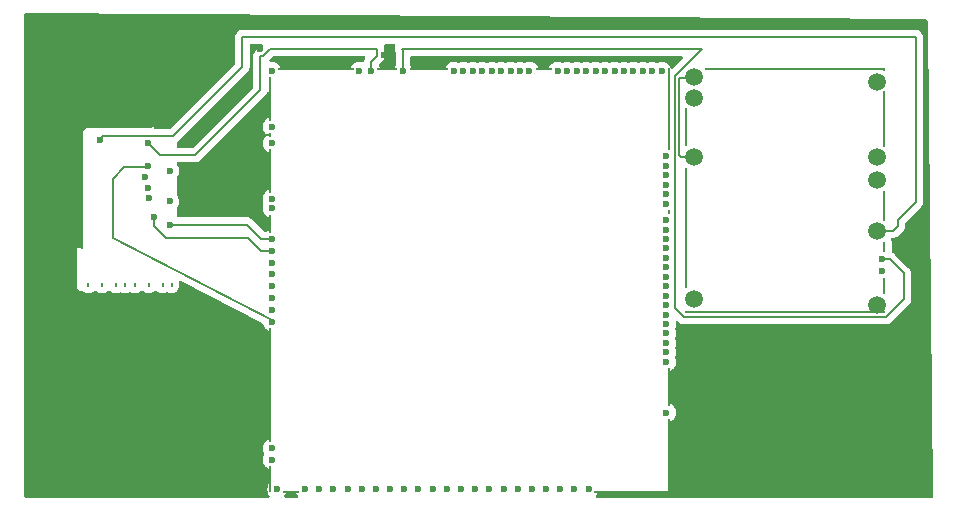
<source format=gbr>
%TF.GenerationSoftware,KiCad,Pcbnew,9.0.6*%
%TF.CreationDate,2025-11-09T20:54:40-05:00*%
%TF.ProjectId,TTEFI,54544546-492e-46b6-9963-61645f706362,rev?*%
%TF.SameCoordinates,Original*%
%TF.FileFunction,Copper,L1,Top*%
%TF.FilePolarity,Positive*%
%FSLAX46Y46*%
G04 Gerber Fmt 4.6, Leading zero omitted, Abs format (unit mm)*
G04 Created by KiCad (PCBNEW 9.0.6) date 2025-11-09 20:54:40*
%MOMM*%
%LPD*%
G01*
G04 APERTURE LIST*
G04 Aperture macros list*
%AMHorizOval*
0 Thick line with rounded ends*
0 $1 width*
0 $2 $3 position (X,Y) of the first rounded end (center of the circle)*
0 $4 $5 position (X,Y) of the second rounded end (center of the circle)*
0 Add line between two ends*
20,1,$1,$2,$3,$4,$5,0*
0 Add two circle primitives to create the rounded ends*
1,1,$1,$2,$3*
1,1,$1,$4,$5*%
G04 Aperture macros list end*
%TA.AperFunction,Conductor*%
%ADD10C,0.200000*%
%TD*%
%TA.AperFunction,ComponentPad*%
%ADD11C,0.600000*%
%TD*%
%TA.AperFunction,SMDPad,CuDef*%
%ADD12R,0.200000X3.700000*%
%TD*%
%TA.AperFunction,SMDPad,CuDef*%
%ADD13R,0.200000X0.400000*%
%TD*%
%TA.AperFunction,SMDPad,CuDef*%
%ADD14R,0.200000X1.600000*%
%TD*%
%TA.AperFunction,SMDPad,CuDef*%
%ADD15R,0.200000X9.700000*%
%TD*%
%TA.AperFunction,SMDPad,CuDef*%
%ADD16R,0.200000X2.300000*%
%TD*%
%TA.AperFunction,SMDPad,CuDef*%
%ADD17R,1.400000X0.200000*%
%TD*%
%TA.AperFunction,SMDPad,CuDef*%
%ADD18R,6.400000X0.200000*%
%TD*%
%TA.AperFunction,SMDPad,CuDef*%
%ADD19R,1.700000X0.200000*%
%TD*%
%TA.AperFunction,SMDPad,CuDef*%
%ADD20R,3.300000X0.200000*%
%TD*%
%TA.AperFunction,SMDPad,CuDef*%
%ADD21R,0.200000X7.000000*%
%TD*%
%TA.AperFunction,SMDPad,CuDef*%
%ADD22R,0.200000X3.300000*%
%TD*%
%TA.AperFunction,SMDPad,CuDef*%
%ADD23R,0.200000X6.300000*%
%TD*%
%TA.AperFunction,ComponentPad*%
%ADD24C,1.500000*%
%TD*%
%TA.AperFunction,SMDPad,CuDef*%
%ADD25O,0.200000X3.300000*%
%TD*%
%TA.AperFunction,SMDPad,CuDef*%
%ADD26O,0.200000X10.200000*%
%TD*%
%TA.AperFunction,SMDPad,CuDef*%
%ADD27O,0.200000X0.300000*%
%TD*%
%TA.AperFunction,SMDPad,CuDef*%
%ADD28O,17.000000X0.200000*%
%TD*%
%TA.AperFunction,SMDPad,CuDef*%
%ADD29O,15.400000X0.200000*%
%TD*%
%TA.AperFunction,SMDPad,CuDef*%
%ADD30O,0.200000X4.800000*%
%TD*%
%TA.AperFunction,SMDPad,CuDef*%
%ADD31O,0.200000X2.600000*%
%TD*%
%TA.AperFunction,SMDPad,CuDef*%
%ADD32O,0.200000X1.000000*%
%TD*%
%TA.AperFunction,SMDPad,CuDef*%
%ADD33O,0.200000X1.500000*%
%TD*%
%TA.AperFunction,SMDPad,CuDef*%
%ADD34O,0.250000X10.200000*%
%TD*%
%TA.AperFunction,SMDPad,CuDef*%
%ADD35HorizOval,0.250000X0.141421X0.141421X-0.141421X-0.141421X0*%
%TD*%
%TA.AperFunction,SMDPad,CuDef*%
%ADD36O,5.800001X0.250000*%
%TD*%
%TA.AperFunction,SMDPad,CuDef*%
%ADD37O,0.200000X0.399999*%
%TD*%
%TA.AperFunction,ComponentPad*%
%ADD38C,0.599999*%
%TD*%
%TA.AperFunction,ViaPad*%
%ADD39C,0.600000*%
%TD*%
G04 APERTURE END LIST*
D10*
%TO.N,Net-(M2-IGN8_(PE6))*%
X96500000Y-98000000D02*
X98500000Y-98000000D01*
X95500000Y-104000000D02*
X95500000Y-99000000D01*
X109000000Y-111000000D02*
X95500000Y-104000000D01*
%TD*%
D11*
%TO.P,M2,E1,V5A_SWITCHABLE*%
%TO.N,unconnected-(M2-V5A_SWITCHABLE-PadE1)*%
X142400000Y-118799990D03*
%TO.P,M2,E2,GNDA*%
%TO.N,unconnected-(M2-GNDA-PadE2)*%
X142400010Y-114499990D03*
%TO.P,M2,E3,I2C_SCL_(PB10)*%
%TO.N,unconnected-(M2-I2C_SCL_(PB10)-PadE3)*%
X142400010Y-113700000D03*
%TO.P,M2,E4,I2C_SDA_(PB11)*%
%TO.N,unconnected-(M2-I2C_SDA_(PB11)-PadE4)*%
X142400010Y-112899990D03*
%TO.P,M2,E5,IN_VIGN_(PA5)*%
%TO.N,Net-(M1-VIGN)*%
X142400010Y-112099990D03*
%TO.P,M2,E6,SPI2_CS_/_CAN2_RX_(PB12)*%
%TO.N,unconnected-(M2-SPI2_CS_{slash}_CAN2_RX_(PB12)-PadE6)*%
X142400010Y-111299990D03*
%TO.P,M2,E7,SPI2_SCK_/_CAN2_TX_(PB13)*%
%TO.N,unconnected-(M2-SPI2_SCK_{slash}_CAN2_TX_(PB13)-PadE7)*%
X142400010Y-110499990D03*
%TO.P,M2,E8,SPI2_MISO_(PB14)*%
%TO.N,unconnected-(M2-SPI2_MISO_(PB14)-PadE8)*%
X142400010Y-109699990D03*
%TO.P,M2,E9,SPI2_MOSI_(PB15)*%
%TO.N,unconnected-(M2-SPI2_MOSI_(PB15)-PadE9)*%
X142400010Y-108899990D03*
%TO.P,M2,E10,OUT_INJ8_(PD12)*%
%TO.N,unconnected-(M2-OUT_INJ8_(PD12)-PadE10)*%
X142400010Y-108099990D03*
%TO.P,M2,E11,OUT_INJ7_(PD15)*%
%TO.N,unconnected-(M2-OUT_INJ7_(PD15)-PadE11)*%
X142400010Y-107299990D03*
%TO.P,M2,E12,OUT_INJ6_(PA8)*%
%TO.N,unconnected-(M2-OUT_INJ6_(PA8)-PadE12)*%
X142400010Y-106499990D03*
%TO.P,M2,E13,OUT_INJ5_(PD2)*%
%TO.N,unconnected-(M2-OUT_INJ5_(PD2)-PadE13)*%
X142400010Y-105699990D03*
%TO.P,M2,E14,OUT_INJ4_(PD10)*%
%TO.N,unconnected-(M2-OUT_INJ4_(PD10)-PadE14)*%
X142400010Y-104899990D03*
%TO.P,M2,E15,OUT_INJ3_(PD11)*%
%TO.N,unconnected-(M2-OUT_INJ3_(PD11)-PadE15)*%
X142400010Y-104099990D03*
%TO.P,M2,E16,OUT_INJ2_(PA9)*%
%TO.N,unconnected-(M2-OUT_INJ2_(PA9)-PadE16)*%
X142400000Y-103300000D03*
%TO.P,M2,E17,OUT_INJ1_(PD3)*%
%TO.N,unconnected-(M2-OUT_INJ1_(PD3)-PadE17)*%
X142400010Y-102499990D03*
%TO.P,M2,E18,OUT_PWM1_(PD13)*%
%TO.N,unconnected-(M2-OUT_PWM1_(PD13)-PadE18)*%
X142400010Y-101099990D03*
%TO.P,M2,E19,OUT_PWM2_(PC6)*%
%TO.N,unconnected-(M2-OUT_PWM2_(PC6)-PadE19)*%
X142400010Y-100300000D03*
%TO.P,M2,E20,OUT_PWM3_(PC7)*%
%TO.N,unconnected-(M2-OUT_PWM3_(PC7)-PadE20)*%
X142400010Y-99500000D03*
%TO.P,M2,E21,OUT_PWM4_(PC8)*%
%TO.N,unconnected-(M2-OUT_PWM4_(PC8)-PadE21)*%
X142400010Y-98700000D03*
%TO.P,M2,E22,OUT_PWM5_(PC9)*%
%TO.N,unconnected-(M2-OUT_PWM5_(PC9)-PadE22)*%
X142400010Y-97900000D03*
%TO.P,M2,E23,OUT_PWM6_(PD14)*%
%TO.N,unconnected-(M2-OUT_PWM6_(PD14)-PadE23)*%
X142400010Y-97099990D03*
D12*
%TO.P,M2,G,GND*%
%TO.N,GND*%
X108800000Y-92250000D03*
D13*
X108800000Y-95299990D03*
D12*
X108800000Y-98350000D03*
D14*
X108800000Y-102799990D03*
D15*
X108800000Y-116449990D03*
D16*
X108800000Y-124449990D03*
D17*
X110600010Y-125500000D03*
D18*
X112700000Y-89700000D03*
D19*
X118750000Y-89700000D03*
D20*
X122250000Y-89700000D03*
D17*
X132000000Y-89700000D03*
D18*
X139500000Y-125500000D03*
D21*
X142600010Y-93099980D03*
D13*
X142600010Y-101800000D03*
D22*
X142600010Y-116650000D03*
D23*
X142600010Y-122450000D03*
D11*
%TO.P,M2,N1,VBUS*%
%TO.N,unconnected-(M2-VBUS-PadN1)*%
X142000010Y-89899990D03*
%TO.P,M2,N2,USBM_(PA11)*%
%TO.N,unconnected-(M2-USBM_(PA11)-PadN2)*%
X141200010Y-89899990D03*
%TO.P,M2,N3,USBP_(PA12)*%
%TO.N,unconnected-(M2-USBP_(PA12)-PadN3)*%
X140400010Y-89899990D03*
%TO.P,M2,N4,USBID_(PA10)*%
%TO.N,unconnected-(M2-USBID_(PA10)-PadN4)*%
X139600000Y-89899990D03*
%TO.P,M2,N5,SWDIO_(PA13)*%
%TO.N,unconnected-(M2-SWDIO_(PA13)-PadN5)*%
X138800010Y-89899990D03*
%TO.P,M2,N6,SWCLK_(PA14)*%
%TO.N,unconnected-(M2-SWCLK_(PA14)-PadN6)*%
X138000010Y-89899990D03*
%TO.P,M2,N7,nReset*%
%TO.N,unconnected-(M2-nReset-PadN7)*%
X137200010Y-89899990D03*
%TO.P,M2,N8,SWO_(PB3)*%
%TO.N,unconnected-(M2-SWO_(PB3)-PadN8)*%
X136400000Y-89899990D03*
%TO.P,M2,N9,SPI3_CS_(PA15)*%
%TO.N,unconnected-(M2-SPI3_CS_(PA15)-PadN9)*%
X135600010Y-89900000D03*
%TO.P,M2,N10,SPI3_SCK_(PC10)*%
%TO.N,unconnected-(M2-SPI3_SCK_(PC10)-PadN10)*%
X134800010Y-89900000D03*
%TO.P,M2,N11,SPI3_MISO_(PC11)*%
%TO.N,unconnected-(M2-SPI3_MISO_(PC11)-PadN11)*%
X134000010Y-89900000D03*
%TO.P,M2,N12,SPI3_MOSI_(PC12)*%
%TO.N,Net-(M1-PG_5VP)*%
X133200010Y-89900000D03*
%TO.P,M2,N13,UART2_TX_(PD5)*%
%TO.N,unconnected-(M2-UART2_TX_(PD5)-PadN13)*%
X130800000Y-89900000D03*
%TO.P,M2,N14,UART2_RX_(PD6)*%
%TO.N,unconnected-(M2-UART2_RX_(PD6)-PadN14)*%
X130000000Y-89900000D03*
%TO.P,M2,N14a,LED_GREEN*%
%TO.N,unconnected-(M2-LED_GREEN-PadN14a)*%
X129200010Y-89899990D03*
%TO.P,M2,N14b,LED_YELLOW*%
%TO.N,unconnected-(M2-LED_YELLOW-PadN14b)*%
X128400000Y-89899990D03*
%TO.P,M2,N15,V33_SWITCHABLE*%
%TO.N,unconnected-(M2-V33_SWITCHABLE-PadN15)*%
X127600000Y-89899990D03*
%TO.P,M2,N16,BOOT0*%
%TO.N,unconnected-(M2-BOOT0-PadN16)*%
X126800000Y-89899990D03*
%TO.P,M2,N17,VBAT*%
%TO.N,Net-(M1-VBAT)*%
X126000000Y-89899990D03*
%TO.P,M2,N18,UART8_RX_(PE0)*%
%TO.N,unconnected-(M2-UART8_RX_(PE0)-PadN18)*%
X125200000Y-89900000D03*
%TO.P,M2,N19,UART8_TX_(PE1)*%
%TO.N,unconnected-(M2-UART8_TX_(PE1)-PadN19)*%
X124400000Y-89900000D03*
%TO.P,M2,N20,OUT_PWR_EN_(PE10)*%
%TO.N,Net-(M1-EN_5VP)*%
X120100000Y-89900000D03*
%TO.P,M2,N21,V33*%
%TO.N,Net-(M3-V33)*%
X117400000Y-89900000D03*
%TO.P,M2,N22,VCC*%
%TO.N,+5V*%
X116400010Y-89900000D03*
%TO.P,M2,N23,V33*%
%TO.N,unconnected-(M2-V33-PadN23)*%
X109000000Y-89900000D03*
%TO.P,M2,S1,IN_D4_(PE15)*%
%TO.N,unconnected-(M2-IN_D4_(PE15)-PadS1)*%
X135800020Y-125300000D03*
%TO.P,M2,S2,IN_D3_(PE14)*%
%TO.N,unconnected-(M2-IN_D3_(PE14)-PadS2)*%
X134600010Y-125300000D03*
%TO.P,M2,S3,IN_D2_(PE13)*%
%TO.N,unconnected-(M2-IN_D2_(PE13)-PadS3)*%
X133400010Y-125300000D03*
%TO.P,M2,S4,IN_D1_(PE12)*%
%TO.N,unconnected-(M2-IN_D1_(PE12)-PadS4)*%
X132200010Y-125300000D03*
%TO.P,M2,S5,VREF2*%
%TO.N,unconnected-(M2-VREF2-PadS5)*%
X131000010Y-125300000D03*
%TO.P,M2,S6,IN_AUX4_(PC5)*%
%TO.N,unconnected-(M2-IN_AUX4_(PC5)-PadS6)*%
X129800010Y-125300000D03*
%TO.P,M2,S7,IN_AUX3_(PA7)*%
%TO.N,unconnected-(M2-IN_AUX3_(PA7)-PadS7)*%
X128600010Y-125300000D03*
%TO.P,M2,S8,IN_AUX2_(PC4/PE9)*%
%TO.N,unconnected-(M2-IN_AUX2_(PC4{slash}PE9)-PadS8)*%
X127400010Y-125300000D03*
%TO.P,M2,S9,IN_AUX1_(PB0)*%
%TO.N,unconnected-(M2-IN_AUX1_(PB0)-PadS9)*%
X126200010Y-125300000D03*
%TO.P,M2,S10,IN_O2S2_(PA1)*%
%TO.N,unconnected-(M2-IN_O2S2_(PA1)-PadS10)*%
X125000010Y-125300000D03*
%TO.P,M2,S11,IN_O2S_/_CAN_WAKEUP_(PA0)*%
%TO.N,unconnected-(M2-IN_O2S_{slash}_CAN_WAKEUP_(PA0)-PadS11)*%
X123800010Y-125300000D03*
%TO.P,M2,S12,IN_MAP2_(PC1)*%
%TO.N,unconnected-(M2-IN_MAP2_(PC1)-PadS12)*%
X122600010Y-125300000D03*
%TO.P,M2,S13,IN_MAP1_(PC0)*%
%TO.N,unconnected-(M2-IN_MAP1_(PC0)-PadS13)*%
X121400010Y-125300000D03*
%TO.P,M2,S14,IN_CRANK_(PB1)*%
%TO.N,unconnected-(M2-IN_CRANK_(PB1)-PadS14)*%
X120200010Y-125300000D03*
%TO.P,M2,S15,IN_KNOCK_(PA2)*%
%TO.N,unconnected-(M2-IN_KNOCK_(PA2)-PadS15)*%
X119000010Y-125300000D03*
%TO.P,M2,S16,IN_CAM_(PA6)*%
%TO.N,unconnected-(M2-IN_CAM_(PA6)-PadS16)*%
X117800010Y-125300000D03*
%TO.P,M2,S17,IN_VSS_(PE11)*%
%TO.N,unconnected-(M2-IN_VSS_(PE11)-PadS17)*%
X116600010Y-125300000D03*
%TO.P,M2,S18,IN_TPS_(PA4)*%
%TO.N,unconnected-(M2-IN_TPS_(PA4)-PadS18)*%
X115400000Y-125300000D03*
%TO.P,M2,S19,IN_PPS_(PA3)*%
%TO.N,unconnected-(M2-IN_PPS_(PA3)-PadS19)*%
X114200000Y-125300000D03*
%TO.P,M2,S20,IN_IAT_(PC3)*%
%TO.N,unconnected-(M2-IN_IAT_(PC3)-PadS20)*%
X113000000Y-125300000D03*
%TO.P,M2,S21,IN_CLT_(PC2)*%
%TO.N,unconnected-(M2-IN_CLT_(PC2)-PadS21)*%
X111800000Y-125300000D03*
%TO.P,M2,S22,VREF1*%
%TO.N,unconnected-(M2-VREF1-PadS22)*%
X109400000Y-125300000D03*
%TO.P,M2,W1,GNDA*%
%TO.N,GNDA*%
X109000000Y-122799990D03*
%TO.P,M2,W2,V5A_SWITCHABLE*%
%TO.N,unconnected-(M2-V5A_SWITCHABLE-PadW2)*%
X109000000Y-121799990D03*
%TO.P,M2,W3,IGN8_(PE6)*%
%TO.N,Net-(M2-IGN8_(PE6))*%
X109000000Y-111100000D03*
%TO.P,M2,W4,IGN7_(PB9)*%
%TO.N,Net-(M2-IGN7_(PB9))*%
X109000000Y-110099990D03*
%TO.P,M2,W5,IGN6_(PB8)*%
%TO.N,Net-(M2-IGN6_(PB8))*%
X109000000Y-109100000D03*
%TO.P,M2,W6,IGN5_(PE2)*%
%TO.N,Net-(M2-IGN5_(PE2))*%
X109000000Y-108100000D03*
%TO.P,M2,W7,IGN4_(PE3)*%
%TO.N,Net-(M2-IGN4_(PE3))*%
X109000000Y-107100000D03*
%TO.P,M2,W8,IGN3_(PE4)*%
%TO.N,Net-(M2-IGN3_(PE4))*%
X109000000Y-106100000D03*
%TO.P,M2,W9,IGN2_(PE5)*%
%TO.N,Net-(M2-IGN2_(PE5))*%
X109000000Y-105100000D03*
%TO.P,M2,W10,IGN1_(PC13)*%
%TO.N,Net-(M2-IGN1_(PC13))*%
X109000000Y-104100000D03*
%TO.P,M2,W11,CANH*%
%TO.N,unconnected-(M2-CANH-PadW11)*%
X109000000Y-101500000D03*
%TO.P,M2,W12,CANL*%
%TO.N,unconnected-(M2-CANL-PadW12)*%
X109000000Y-100700000D03*
%TO.P,M2,W13,V33_REF*%
%TO.N,unconnected-(M2-V33_REF-PadW13)*%
X109000000Y-95999990D03*
%TO.P,M2,W14,V5A_SWITCHABLE*%
%TO.N,unconnected-(M2-V5A_SWITCHABLE-PadW14)*%
X109000000Y-94600000D03*
%TD*%
D24*
%TO.P,M1,E1,VBAT*%
%TO.N,Net-(M1-VBAT)*%
X160199996Y-90799982D03*
%TO.P,M1,E2,V12*%
%TO.N,unconnected-(M1-V12-PadE2)*%
X160199996Y-97199979D03*
%TO.P,M1,E3,VIGN*%
%TO.N,Net-(M1-VIGN)*%
X160199996Y-99099982D03*
%TO.P,M1,E4,V5*%
%TO.N,+5V*%
X160199996Y-103399982D03*
D11*
%TO.P,M1,E5,EN_5VP*%
%TO.N,Net-(M1-EN_5VP)*%
X160649995Y-105799979D03*
%TO.P,M1,E6,PG_5VP*%
%TO.N,Net-(M1-PG_5VP)*%
X160649995Y-106799980D03*
D25*
%TO.P,M1,S1,GND*%
%TO.N,unconnected-(M1-GND-PadS1)*%
X144050000Y-94649982D03*
D26*
X144050000Y-103149980D03*
D27*
X144050000Y-110249982D03*
D28*
X152449998Y-110299982D03*
D29*
X153249999Y-89699982D03*
D24*
X160199996Y-109649982D03*
D27*
X160849997Y-89749982D03*
D30*
X160849997Y-93949980D03*
D31*
X160849997Y-101299982D03*
D32*
X160849997Y-104799979D03*
D33*
X160849997Y-108099980D03*
D24*
%TO.P,M1,V1,V12_PERM*%
%TO.N,+12V*%
X144699999Y-90349980D03*
%TO.P,M1,V2,IN_VIGN*%
%TO.N,unconnected-(M1-IN_VIGN-PadV2)*%
X144699999Y-92199979D03*
%TO.P,M1,V3,V12_RAW*%
%TO.N,+12V*%
X144699999Y-97149982D03*
%TO.P,M1,V4,5VP*%
%TO.N,+5VP*%
X144699999Y-109199980D03*
%TD*%
D34*
%TO.P,M3,G,GND*%
%TO.N,GND*%
X92875052Y-99875378D03*
D35*
X93025056Y-94775383D03*
D36*
X95987552Y-94625383D03*
D37*
%TO.P,M3,S1,OUT_IGN8*%
%TO.N,unconnected-(M3-OUT_IGN8-PadS1)*%
X100500000Y-108000000D03*
%TO.P,M3,S2,OUT_IGN7*%
%TO.N,unconnected-(M3-OUT_IGN7-PadS2)*%
X99740021Y-108000000D03*
%TO.P,M3,S3,OUT_IGN6*%
%TO.N,unconnected-(M3-OUT_IGN6-PadS3)*%
X98565028Y-108000000D03*
%TO.P,M3,S4,OUT_IGN5*%
%TO.N,unconnected-(M3-OUT_IGN5-PadS4)*%
X97390041Y-108000000D03*
%TO.P,M3,S5,OUT_IGN4*%
%TO.N,unconnected-(M3-OUT_IGN4-PadS5)*%
X96550129Y-108000000D03*
%TO.P,M3,S6,OUT_IGN3*%
%TO.N,unconnected-(M3-OUT_IGN3-PadS6)*%
X95800057Y-108000000D03*
%TO.P,M3,S7,OUT_IGN2*%
%TO.N,unconnected-(M3-OUT_IGN2-PadS7)*%
X94625046Y-108000000D03*
%TO.P,M3,S8,OUT_IGN1*%
%TO.N,unconnected-(M3-OUT_IGN1-PadS8)*%
X93450049Y-108000000D03*
D38*
%TO.P,M3,V1,IGN8*%
%TO.N,Net-(M2-IGN8_(PE6))*%
X98490052Y-97900393D03*
%TO.P,M3,V2,IGN7*%
%TO.N,Net-(M2-IGN7_(PB9))*%
X100325062Y-98325401D03*
%TO.P,M3,V3,IGN6*%
%TO.N,Net-(M2-IGN6_(PB8))*%
X98275054Y-98875398D03*
%TO.P,M3,V4,IGN5*%
%TO.N,Net-(M2-IGN5_(PE2))*%
X98490049Y-99750357D03*
%TO.P,M3,V5,IGN4*%
%TO.N,Net-(M2-IGN4_(PE3))*%
X98565056Y-100600380D03*
%TO.P,M3,V6,IGN3*%
%TO.N,Net-(M2-IGN3_(PE4))*%
X100325062Y-100925396D03*
%TO.P,M3,V7,IGN2*%
%TO.N,Net-(M2-IGN2_(PE5))*%
X99015062Y-102225363D03*
%TO.P,M3,V8,IGN1*%
%TO.N,Net-(M2-IGN1_(PC13))*%
X100325062Y-102875380D03*
%TO.P,M3,V9,VCC*%
%TO.N,+5V*%
X94400047Y-95700377D03*
%TO.P,M3,V10,V33*%
%TO.N,Net-(M3-V33)*%
X98475053Y-96000379D03*
%TD*%
D39*
%TO.N,GND*%
X113500000Y-89000000D03*
X106500000Y-95500000D03*
X107500000Y-98500000D03*
X108000000Y-93500000D03*
X105000000Y-92500000D03*
X107000000Y-90500000D03*
X108000000Y-88000000D03*
X118500000Y-88500000D03*
X89500000Y-86500000D03*
X98000000Y-86500000D03*
X101500000Y-86500000D03*
X105000000Y-86500000D03*
%TD*%
D10*
%TO.N,Net-(M3-V33)*%
X117400000Y-89100000D02*
X117400000Y-89900000D01*
X117899000Y-88601000D02*
X117400000Y-89100000D01*
X117899000Y-88000000D02*
X117899000Y-88601000D01*
X108248943Y-88601000D02*
X108849943Y-88000000D01*
X108849943Y-88000000D02*
X117899000Y-88000000D01*
X108000000Y-91500000D02*
X108000000Y-88601000D01*
X102500000Y-97000000D02*
X108000000Y-91500000D01*
X99474674Y-97000000D02*
X102500000Y-97000000D01*
X98475053Y-96000379D02*
X99474674Y-97000000D01*
X108000000Y-88601000D02*
X108248943Y-88601000D01*
%TO.N,GND*%
X106700010Y-95299990D02*
X106500000Y-95500000D01*
X108800000Y-95299990D02*
X106700010Y-95299990D01*
%TO.N,Net-(M1-EN_5VP)*%
X120100000Y-88100000D02*
X120100000Y-89900000D01*
X145432900Y-88000000D02*
X120000000Y-88000000D01*
X143883898Y-110700982D02*
X143099000Y-109916084D01*
X162500000Y-109217080D02*
X161016098Y-110700982D01*
X143099000Y-90333900D02*
X145432900Y-88000000D01*
X143099000Y-109916084D02*
X143099000Y-90333900D01*
X162500000Y-107000000D02*
X162500000Y-109217080D01*
X161016098Y-110700982D02*
X143883898Y-110700982D01*
X120000000Y-88000000D02*
X120100000Y-88100000D01*
X161299979Y-105799979D02*
X162500000Y-107000000D01*
X160649995Y-105799979D02*
X161299979Y-105799979D01*
%TO.N,+5V*%
X161600018Y-103399982D02*
X160199996Y-103399982D01*
X162000000Y-103000000D02*
X161600018Y-103399982D01*
X106500000Y-87000000D02*
X163500000Y-87000000D01*
X106500000Y-89500000D02*
X106500000Y-87000000D01*
X162000000Y-102500000D02*
X162000000Y-103000000D01*
X94701044Y-95399380D02*
X100600620Y-95399380D01*
X100600620Y-95399380D02*
X106500000Y-89500000D01*
X94400047Y-95700377D02*
X94701044Y-95399380D01*
X163500000Y-87000000D02*
X163500000Y-101000000D01*
X163500000Y-101000000D02*
X162000000Y-102500000D01*
%TO.N,Net-(M2-IGN8_(PE6))*%
X96500000Y-98000000D02*
X95500000Y-99000000D01*
%TO.N,Net-(M2-IGN1_(PC13))*%
X108100000Y-104100000D02*
X109000000Y-104100000D01*
X100325062Y-102875380D02*
X106875380Y-102875380D01*
X106875380Y-102875380D02*
X108100000Y-104100000D01*
%TO.N,Net-(M2-IGN2_(PE5))*%
X108100000Y-105100000D02*
X109000000Y-105100000D01*
X107000000Y-104000000D02*
X108100000Y-105100000D01*
X100000000Y-104000000D02*
X107000000Y-104000000D01*
X99015062Y-103015062D02*
X100000000Y-104000000D01*
X99015062Y-102225363D02*
X99015062Y-103015062D01*
%TO.N,+12V*%
X144549979Y-90500000D02*
X144699999Y-90349980D01*
X143500000Y-90500000D02*
X144549979Y-90500000D01*
X143500000Y-97000000D02*
X143500000Y-90500000D01*
X143649982Y-97149982D02*
X143500000Y-97000000D01*
X144699999Y-97149982D02*
X143649982Y-97149982D01*
%TO.N,Net-(M2-IGN7_(PB9))*%
X109000000Y-110099990D02*
X108900010Y-110000000D01*
%TD*%
%TA.AperFunction,Conductor*%
%TO.N,GND*%
G36*
X164378323Y-85499204D02*
G01*
X164445231Y-85519326D01*
X164490640Y-85572428D01*
X164501502Y-85621670D01*
X164998444Y-125873969D01*
X164979588Y-125941247D01*
X164927353Y-125987650D01*
X164874453Y-125999500D01*
X136527370Y-125999500D01*
X136460331Y-125979815D01*
X136414576Y-125927011D01*
X136404632Y-125857853D01*
X136424268Y-125806609D01*
X136509410Y-125679185D01*
X136509410Y-125679184D01*
X136509414Y-125679179D01*
X136551929Y-125576538D01*
X136595769Y-125522134D01*
X136662063Y-125500069D01*
X136666490Y-125499990D01*
X142600000Y-125499990D01*
X142600000Y-119666456D01*
X142619685Y-119599417D01*
X142672489Y-119553662D01*
X142676548Y-119551895D01*
X142779172Y-119509387D01*
X142779172Y-119509386D01*
X142779179Y-119509384D01*
X142910289Y-119421779D01*
X143021789Y-119310279D01*
X143109394Y-119179169D01*
X143169737Y-119033487D01*
X143200500Y-118878832D01*
X143200500Y-118721148D01*
X143200500Y-118721145D01*
X143200499Y-118721143D01*
X143169738Y-118566500D01*
X143169737Y-118566493D01*
X143169735Y-118566488D01*
X143109397Y-118420817D01*
X143109390Y-118420804D01*
X143021789Y-118289701D01*
X143021786Y-118289697D01*
X142910292Y-118178203D01*
X142910288Y-118178200D01*
X142779185Y-118090599D01*
X142779175Y-118090594D01*
X142676547Y-118048084D01*
X142622144Y-118004243D01*
X142600079Y-117937949D01*
X142600000Y-117933523D01*
X142600000Y-115366460D01*
X142619685Y-115299421D01*
X142672489Y-115253666D01*
X142676548Y-115251899D01*
X142779182Y-115209387D01*
X142779182Y-115209386D01*
X142779189Y-115209384D01*
X142910299Y-115121779D01*
X143021799Y-115010279D01*
X143109404Y-114879169D01*
X143169747Y-114733487D01*
X143200510Y-114578832D01*
X143200510Y-114421148D01*
X143200510Y-114421145D01*
X143200509Y-114421143D01*
X143169748Y-114266500D01*
X143169747Y-114266493D01*
X143120436Y-114147446D01*
X143112968Y-114077978D01*
X143120437Y-114052542D01*
X143169747Y-113933497D01*
X143200510Y-113778842D01*
X143200510Y-113621158D01*
X143200510Y-113621155D01*
X143200509Y-113621153D01*
X143169748Y-113466510D01*
X143169747Y-113466503D01*
X143120433Y-113347447D01*
X143112964Y-113277978D01*
X143120433Y-113252543D01*
X143169745Y-113133491D01*
X143169747Y-113133487D01*
X143200510Y-112978832D01*
X143200510Y-112821148D01*
X143200510Y-112821145D01*
X143200509Y-112821143D01*
X143169748Y-112666500D01*
X143169747Y-112666493D01*
X143120435Y-112547442D01*
X143112966Y-112477973D01*
X143120435Y-112452538D01*
X143169745Y-112333491D01*
X143169747Y-112333487D01*
X143200510Y-112178832D01*
X143200510Y-112021148D01*
X143200510Y-112021145D01*
X143200509Y-112021143D01*
X143188752Y-111962039D01*
X143169747Y-111866493D01*
X143169745Y-111866488D01*
X143120435Y-111747442D01*
X143112966Y-111677973D01*
X143120435Y-111652538D01*
X143169745Y-111533491D01*
X143169747Y-111533487D01*
X143200510Y-111378832D01*
X143200510Y-111221148D01*
X143200510Y-111221146D01*
X143200510Y-111221145D01*
X143192280Y-111179772D01*
X143198507Y-111110180D01*
X143241370Y-111055003D01*
X143307259Y-111031758D01*
X143375256Y-111047825D01*
X143401578Y-111067898D01*
X143403377Y-111069697D01*
X143403378Y-111069698D01*
X143515182Y-111181502D01*
X143515184Y-111181503D01*
X143515188Y-111181506D01*
X143583858Y-111221152D01*
X143652114Y-111260559D01*
X143761034Y-111289744D01*
X143761033Y-111289744D01*
X143768479Y-111291739D01*
X143804840Y-111301482D01*
X143804841Y-111301482D01*
X160929429Y-111301482D01*
X160929445Y-111301483D01*
X160937041Y-111301483D01*
X161095152Y-111301483D01*
X161095155Y-111301483D01*
X161247883Y-111260559D01*
X161316144Y-111221148D01*
X161384814Y-111181502D01*
X161496618Y-111069698D01*
X161496618Y-111069696D01*
X161506822Y-111059493D01*
X161506826Y-111059488D01*
X162858506Y-109707808D01*
X162858511Y-109707804D01*
X162868714Y-109697600D01*
X162868716Y-109697600D01*
X162980520Y-109585796D01*
X163059577Y-109448864D01*
X163093889Y-109320811D01*
X163100500Y-109296138D01*
X163100500Y-109138023D01*
X163100500Y-107089059D01*
X163100501Y-107089046D01*
X163100501Y-106920945D01*
X163100501Y-106920943D01*
X163059577Y-106768215D01*
X163030639Y-106718095D01*
X162980520Y-106631284D01*
X162868716Y-106519480D01*
X162868715Y-106519479D01*
X162864385Y-106515149D01*
X162864374Y-106515139D01*
X161787569Y-105438334D01*
X161787567Y-105438331D01*
X161668696Y-105319460D01*
X161668695Y-105319459D01*
X161581883Y-105269339D01*
X161531764Y-105240402D01*
X161526511Y-105238994D01*
X161514854Y-105232599D01*
X161494782Y-105212447D01*
X161472635Y-105194597D01*
X161470443Y-105188011D01*
X161465547Y-105183095D01*
X161459556Y-105155290D01*
X161450576Y-105128301D01*
X161450497Y-105123885D01*
X161450497Y-104320924D01*
X161450497Y-104320922D01*
X161409574Y-104168195D01*
X161409573Y-104168193D01*
X161407470Y-104160344D01*
X161409810Y-104159716D01*
X161403653Y-104102473D01*
X161434924Y-104039992D01*
X161495011Y-104004336D01*
X161525684Y-104000483D01*
X161679072Y-104000483D01*
X161679075Y-104000483D01*
X161831803Y-103959559D01*
X161898687Y-103920943D01*
X161968734Y-103880502D01*
X162080538Y-103768698D01*
X162080538Y-103768696D01*
X162090742Y-103758493D01*
X162090746Y-103758488D01*
X162358506Y-103490728D01*
X162358511Y-103490724D01*
X162368714Y-103480520D01*
X162368716Y-103480520D01*
X162480520Y-103368716D01*
X162546429Y-103254558D01*
X162559577Y-103231785D01*
X162600501Y-103079057D01*
X162600501Y-102920943D01*
X162600501Y-102913348D01*
X162600500Y-102913330D01*
X162600500Y-102800096D01*
X162620185Y-102733057D01*
X162636814Y-102712420D01*
X163858506Y-101490727D01*
X163858511Y-101490724D01*
X163868714Y-101480520D01*
X163868716Y-101480520D01*
X163980520Y-101368716D01*
X164059577Y-101231784D01*
X164093373Y-101105656D01*
X164100500Y-101079058D01*
X164100500Y-100920943D01*
X164100500Y-86920943D01*
X164059577Y-86768216D01*
X164059573Y-86768209D01*
X163980524Y-86631290D01*
X163980518Y-86631282D01*
X163868717Y-86519481D01*
X163868709Y-86519475D01*
X163731790Y-86440426D01*
X163731786Y-86440424D01*
X163731784Y-86440423D01*
X163579057Y-86399500D01*
X106579057Y-86399500D01*
X106420943Y-86399500D01*
X106268216Y-86440423D01*
X106268209Y-86440426D01*
X106131290Y-86519475D01*
X106131282Y-86519481D01*
X106019481Y-86631282D01*
X106019475Y-86631290D01*
X105940426Y-86768209D01*
X105940423Y-86768216D01*
X105899500Y-86920943D01*
X105899500Y-89199903D01*
X105879815Y-89266942D01*
X105863181Y-89287584D01*
X100388204Y-94762561D01*
X100326881Y-94796046D01*
X100300523Y-94798880D01*
X99149052Y-94798880D01*
X99082013Y-94779195D01*
X99036258Y-94726391D01*
X99025052Y-94674880D01*
X99025052Y-94625378D01*
X99025051Y-94625378D01*
X93200863Y-94625380D01*
X92896331Y-94929912D01*
X92896309Y-104713885D01*
X92876624Y-104780925D01*
X92823820Y-104826679D01*
X92772309Y-104837885D01*
X92515063Y-104837885D01*
X92515063Y-108245369D01*
X92750063Y-108475368D01*
X92924820Y-108475368D01*
X92991859Y-108495053D01*
X93012501Y-108511687D01*
X93081333Y-108580519D01*
X93081335Y-108580520D01*
X93081339Y-108580523D01*
X93218258Y-108659572D01*
X93218265Y-108659576D01*
X93370992Y-108700499D01*
X93370994Y-108700499D01*
X93529104Y-108700499D01*
X93529106Y-108700499D01*
X93681833Y-108659576D01*
X93796572Y-108593332D01*
X93818760Y-108580522D01*
X93818760Y-108580521D01*
X93818765Y-108580519D01*
X93887593Y-108511689D01*
X93914526Y-108496982D01*
X93940340Y-108480394D01*
X93946539Y-108479502D01*
X93948916Y-108478205D01*
X93975275Y-108475371D01*
X94099820Y-108475371D01*
X94166859Y-108495056D01*
X94187501Y-108511690D01*
X94256330Y-108580519D01*
X94256332Y-108580520D01*
X94256336Y-108580523D01*
X94393255Y-108659572D01*
X94393262Y-108659576D01*
X94545989Y-108700499D01*
X94545991Y-108700499D01*
X94704101Y-108700499D01*
X94704103Y-108700499D01*
X94856830Y-108659576D01*
X94971569Y-108593332D01*
X94993757Y-108580522D01*
X94993757Y-108580521D01*
X94993762Y-108580519D01*
X95062587Y-108511692D01*
X95089520Y-108496985D01*
X95115334Y-108480397D01*
X95121533Y-108479505D01*
X95123910Y-108478208D01*
X95150266Y-108475374D01*
X95274836Y-108475374D01*
X95341873Y-108495059D01*
X95362515Y-108511693D01*
X95431341Y-108580519D01*
X95431343Y-108580520D01*
X95431347Y-108580523D01*
X95568266Y-108659572D01*
X95568273Y-108659576D01*
X95721000Y-108700499D01*
X95721002Y-108700499D01*
X95879112Y-108700499D01*
X95879114Y-108700499D01*
X96031841Y-108659576D01*
X96113094Y-108612664D01*
X96180993Y-108596192D01*
X96237091Y-108612664D01*
X96318345Y-108659576D01*
X96471072Y-108700499D01*
X96471074Y-108700499D01*
X96629184Y-108700499D01*
X96629186Y-108700499D01*
X96781913Y-108659576D01*
X96908085Y-108586730D01*
X96975985Y-108570258D01*
X97032084Y-108586730D01*
X97158257Y-108659576D01*
X97310984Y-108700499D01*
X97310986Y-108700499D01*
X97469096Y-108700499D01*
X97469098Y-108700499D01*
X97621825Y-108659576D01*
X97736564Y-108593332D01*
X97758752Y-108580522D01*
X97758752Y-108580521D01*
X97758757Y-108580519D01*
X97827575Y-108511699D01*
X97854508Y-108496992D01*
X97880322Y-108480404D01*
X97886521Y-108479512D01*
X97888898Y-108478215D01*
X97915254Y-108475381D01*
X98039814Y-108475381D01*
X98106851Y-108495066D01*
X98127493Y-108511700D01*
X98196312Y-108580519D01*
X98196314Y-108580520D01*
X98196318Y-108580523D01*
X98333237Y-108659572D01*
X98333244Y-108659576D01*
X98485971Y-108700499D01*
X98485973Y-108700499D01*
X98644083Y-108700499D01*
X98644085Y-108700499D01*
X98796812Y-108659576D01*
X98911551Y-108593332D01*
X98933739Y-108580522D01*
X98933739Y-108580521D01*
X98933744Y-108580519D01*
X99002558Y-108511703D01*
X99029491Y-108496996D01*
X99055305Y-108480408D01*
X99061504Y-108479516D01*
X99063881Y-108478219D01*
X99090240Y-108475385D01*
X99214809Y-108475385D01*
X99281848Y-108495070D01*
X99302490Y-108511704D01*
X99371305Y-108580519D01*
X99371307Y-108580520D01*
X99371311Y-108580523D01*
X99508230Y-108659572D01*
X99508237Y-108659576D01*
X99660964Y-108700499D01*
X99660966Y-108700499D01*
X99819076Y-108700499D01*
X99819078Y-108700499D01*
X99971805Y-108659576D01*
X100058012Y-108609804D01*
X100125910Y-108593332D01*
X100182008Y-108609804D01*
X100268216Y-108659576D01*
X100420943Y-108700499D01*
X100420945Y-108700499D01*
X100579055Y-108700499D01*
X100579057Y-108700499D01*
X100731784Y-108659576D01*
X100868716Y-108580519D01*
X100980520Y-108468715D01*
X101059577Y-108331783D01*
X101100500Y-108179056D01*
X101100500Y-107820944D01*
X101098421Y-107813185D01*
X101100084Y-107743339D01*
X101139246Y-107685476D01*
X101203474Y-107657971D01*
X101272376Y-107669557D01*
X101275238Y-107670993D01*
X108164889Y-111243405D01*
X108215342Y-111291739D01*
X108229425Y-111329289D01*
X108230260Y-111333489D01*
X108230263Y-111333499D01*
X108290602Y-111479172D01*
X108290609Y-111479185D01*
X108378210Y-111610288D01*
X108378213Y-111610292D01*
X108489707Y-111721786D01*
X108489711Y-111721789D01*
X108620814Y-111809390D01*
X108620827Y-111809397D01*
X108723452Y-111851905D01*
X108777856Y-111895745D01*
X108799921Y-111962039D01*
X108800000Y-111966466D01*
X108800000Y-120933523D01*
X108780315Y-121000562D01*
X108727511Y-121046317D01*
X108723453Y-121048084D01*
X108620824Y-121090594D01*
X108620814Y-121090599D01*
X108489711Y-121178200D01*
X108489707Y-121178203D01*
X108378213Y-121289697D01*
X108378210Y-121289701D01*
X108290609Y-121420804D01*
X108290602Y-121420817D01*
X108230264Y-121566488D01*
X108230261Y-121566500D01*
X108199500Y-121721143D01*
X108199500Y-121878836D01*
X108230261Y-122033479D01*
X108230264Y-122033491D01*
X108290602Y-122179162D01*
X108290609Y-122179175D01*
X108325304Y-122231099D01*
X108346182Y-122297776D01*
X108327698Y-122365157D01*
X108325304Y-122368881D01*
X108290609Y-122420804D01*
X108290602Y-122420817D01*
X108230264Y-122566488D01*
X108230261Y-122566500D01*
X108199500Y-122721143D01*
X108199500Y-122878836D01*
X108230261Y-123033479D01*
X108230264Y-123033491D01*
X108290602Y-123179162D01*
X108290609Y-123179175D01*
X108378210Y-123310278D01*
X108378213Y-123310282D01*
X108489707Y-123421776D01*
X108489711Y-123421779D01*
X108620814Y-123509380D01*
X108620827Y-123509387D01*
X108723452Y-123551895D01*
X108777856Y-123595735D01*
X108799921Y-123662029D01*
X108800000Y-123666456D01*
X108800000Y-124719486D01*
X108780315Y-124786525D01*
X108779102Y-124788377D01*
X108690609Y-124920814D01*
X108690602Y-124920827D01*
X108630264Y-125066498D01*
X108630261Y-125066510D01*
X108599500Y-125221153D01*
X108599500Y-125378846D01*
X108630261Y-125533489D01*
X108630264Y-125533501D01*
X108690602Y-125679172D01*
X108690609Y-125679185D01*
X108775752Y-125806609D01*
X108796630Y-125873286D01*
X108778146Y-125940666D01*
X108726167Y-125987357D01*
X108672650Y-125999500D01*
X88124500Y-125999500D01*
X88057461Y-125979815D01*
X88011706Y-125927011D01*
X88000500Y-125875500D01*
X88000500Y-85124816D01*
X88020185Y-85057777D01*
X88072989Y-85012022D01*
X88125309Y-85000819D01*
X164378323Y-85499204D01*
G37*
%TD.AperFunction*%
%TA.AperFunction,Conductor*%
G36*
X110952711Y-125505622D02*
G01*
X110972690Y-125506336D01*
X110985549Y-125515264D01*
X111000569Y-125519675D01*
X111013659Y-125534782D01*
X111030082Y-125546185D01*
X111044289Y-125570131D01*
X111046324Y-125572479D01*
X111048091Y-125576538D01*
X111090602Y-125679172D01*
X111090609Y-125679185D01*
X111175752Y-125806609D01*
X111196630Y-125873286D01*
X111178146Y-125940666D01*
X111126167Y-125987357D01*
X111072650Y-125999500D01*
X110127350Y-125999500D01*
X110060311Y-125979815D01*
X110014556Y-125927011D01*
X110004612Y-125857853D01*
X110024248Y-125806609D01*
X110109390Y-125679185D01*
X110109390Y-125679184D01*
X110109394Y-125679179D01*
X110151909Y-125576538D01*
X110195749Y-125522134D01*
X110262043Y-125500069D01*
X110266470Y-125499990D01*
X110933530Y-125499990D01*
X110952711Y-125505622D01*
G37*
%TD.AperFunction*%
%TA.AperFunction,Conductor*%
G36*
X108739272Y-91668098D02*
G01*
X108786883Y-91719235D01*
X108800000Y-91774741D01*
X108800000Y-93733533D01*
X108780315Y-93800572D01*
X108727511Y-93846327D01*
X108723453Y-93848094D01*
X108620824Y-93890604D01*
X108620814Y-93890609D01*
X108489711Y-93978210D01*
X108489707Y-93978213D01*
X108378213Y-94089707D01*
X108378210Y-94089711D01*
X108290609Y-94220814D01*
X108290602Y-94220827D01*
X108230264Y-94366498D01*
X108230261Y-94366510D01*
X108199500Y-94521153D01*
X108199500Y-94678846D01*
X108230261Y-94833489D01*
X108230264Y-94833501D01*
X108290602Y-94979172D01*
X108290609Y-94979185D01*
X108378210Y-95110288D01*
X108378213Y-95110292D01*
X108480235Y-95212314D01*
X108513720Y-95273637D01*
X108508736Y-95343329D01*
X108480235Y-95387676D01*
X108378213Y-95489697D01*
X108378210Y-95489701D01*
X108290609Y-95620804D01*
X108290602Y-95620817D01*
X108230264Y-95766488D01*
X108230261Y-95766500D01*
X108199500Y-95921143D01*
X108199500Y-96078836D01*
X108230261Y-96233479D01*
X108230264Y-96233491D01*
X108290602Y-96379162D01*
X108290609Y-96379175D01*
X108378210Y-96510278D01*
X108378213Y-96510282D01*
X108489707Y-96621776D01*
X108489711Y-96621779D01*
X108620814Y-96709380D01*
X108620827Y-96709387D01*
X108723452Y-96751895D01*
X108777856Y-96795735D01*
X108799921Y-96862029D01*
X108800000Y-96866456D01*
X108800000Y-99833533D01*
X108780315Y-99900572D01*
X108727511Y-99946327D01*
X108723453Y-99948094D01*
X108620824Y-99990604D01*
X108620814Y-99990609D01*
X108489711Y-100078210D01*
X108489707Y-100078213D01*
X108378213Y-100189707D01*
X108378210Y-100189711D01*
X108290609Y-100320814D01*
X108290602Y-100320827D01*
X108230264Y-100466498D01*
X108230261Y-100466510D01*
X108199500Y-100621153D01*
X108199500Y-100778846D01*
X108230261Y-100933489D01*
X108230264Y-100933501D01*
X108279574Y-101052548D01*
X108287043Y-101122018D01*
X108279574Y-101147452D01*
X108230264Y-101266498D01*
X108230261Y-101266510D01*
X108199500Y-101421153D01*
X108199500Y-101578846D01*
X108230261Y-101733489D01*
X108230264Y-101733501D01*
X108290602Y-101879172D01*
X108290609Y-101879185D01*
X108378210Y-102010288D01*
X108378213Y-102010292D01*
X108489707Y-102121786D01*
X108489711Y-102121789D01*
X108620814Y-102209390D01*
X108620827Y-102209397D01*
X108723452Y-102251905D01*
X108777856Y-102295745D01*
X108799921Y-102362039D01*
X108800000Y-102366466D01*
X108800000Y-103233533D01*
X108780315Y-103300572D01*
X108727511Y-103346327D01*
X108723453Y-103348094D01*
X108620824Y-103390604D01*
X108620814Y-103390609D01*
X108489125Y-103478602D01*
X108471078Y-103484252D01*
X108455169Y-103494477D01*
X108424207Y-103498928D01*
X108422447Y-103499480D01*
X108420234Y-103499500D01*
X108400097Y-103499500D01*
X108333058Y-103479815D01*
X108312416Y-103463181D01*
X107362970Y-102513735D01*
X107362968Y-102513732D01*
X107244097Y-102394861D01*
X107244096Y-102394860D01*
X107157284Y-102344740D01*
X107157284Y-102344739D01*
X107157280Y-102344738D01*
X107107165Y-102315803D01*
X106954437Y-102274879D01*
X106796323Y-102274879D01*
X106788727Y-102274879D01*
X106788711Y-102274880D01*
X101039124Y-102274880D01*
X100972085Y-102255195D01*
X100926330Y-102202391D01*
X100915124Y-102150883D01*
X100915107Y-101518733D01*
X100934790Y-101451693D01*
X100943259Y-101440059D01*
X100946841Y-101435692D01*
X100946850Y-101435684D01*
X101034455Y-101304574D01*
X101094798Y-101158893D01*
X101125561Y-101004238D01*
X101125561Y-100846554D01*
X101125561Y-100846551D01*
X101125560Y-100846549D01*
X101109725Y-100766941D01*
X101094798Y-100691899D01*
X101065494Y-100621153D01*
X101034458Y-100546224D01*
X101034451Y-100546211D01*
X100946850Y-100415107D01*
X100943223Y-100410688D01*
X100915910Y-100346378D01*
X100915076Y-100332037D01*
X100915040Y-98918818D01*
X100934723Y-98851780D01*
X100943190Y-98840148D01*
X100946842Y-98835696D01*
X100946850Y-98835689D01*
X101034455Y-98704579D01*
X101094798Y-98558898D01*
X101125561Y-98404243D01*
X101125561Y-98246559D01*
X101125561Y-98246556D01*
X101125560Y-98246554D01*
X101094799Y-98091911D01*
X101094798Y-98091904D01*
X101094796Y-98091899D01*
X101034458Y-97946229D01*
X101034451Y-97946216D01*
X100946848Y-97815110D01*
X100943159Y-97810615D01*
X100933451Y-97787760D01*
X100920027Y-97766866D01*
X100917702Y-97750684D01*
X100915843Y-97746306D01*
X100915009Y-97731945D01*
X100915010Y-97724483D01*
X100934704Y-97657447D01*
X100987514Y-97611699D01*
X101039010Y-97600500D01*
X102413331Y-97600500D01*
X102413347Y-97600501D01*
X102420943Y-97600501D01*
X102579054Y-97600501D01*
X102579057Y-97600501D01*
X102731785Y-97559577D01*
X102791843Y-97524902D01*
X102868716Y-97480520D01*
X102980520Y-97368716D01*
X102980520Y-97368714D01*
X102990724Y-97358511D01*
X102990727Y-97358506D01*
X108480520Y-91868716D01*
X108559577Y-91731784D01*
X108559579Y-91731773D01*
X108561438Y-91727290D01*
X108605278Y-91672886D01*
X108671572Y-91650820D01*
X108739272Y-91668098D01*
G37*
%TD.AperFunction*%
%TA.AperFunction,Conductor*%
G36*
X108122090Y-87606738D02*
G01*
X108144178Y-87608318D01*
X108154961Y-87616390D01*
X108167884Y-87620185D01*
X108182382Y-87636916D01*
X108200112Y-87650189D01*
X108204819Y-87662811D01*
X108213639Y-87672989D01*
X108216790Y-87694905D01*
X108224529Y-87715654D01*
X108221666Y-87728814D01*
X108223583Y-87742147D01*
X108214383Y-87762290D01*
X108209677Y-87783927D01*
X108196407Y-87801654D01*
X108194558Y-87805703D01*
X108188533Y-87812173D01*
X108036525Y-87964182D01*
X107975204Y-87997666D01*
X107948846Y-88000500D01*
X107920943Y-88000500D01*
X107768216Y-88041423D01*
X107768209Y-88041426D01*
X107631290Y-88120475D01*
X107631282Y-88120481D01*
X107519481Y-88232282D01*
X107519475Y-88232290D01*
X107440426Y-88369209D01*
X107440423Y-88369216D01*
X107399500Y-88521943D01*
X107399500Y-91199902D01*
X107379815Y-91266941D01*
X107363181Y-91287583D01*
X102287584Y-96363181D01*
X102226261Y-96396666D01*
X102199903Y-96399500D01*
X101038973Y-96399500D01*
X100971934Y-96379815D01*
X100926179Y-96327011D01*
X100914973Y-96275504D01*
X100914967Y-96078832D01*
X100914964Y-95982769D01*
X100923780Y-95952744D01*
X100930751Y-95922222D01*
X100933764Y-95918739D01*
X100934647Y-95915733D01*
X100952192Y-95894187D01*
X100963103Y-95883497D01*
X100969336Y-95879900D01*
X101081140Y-95768096D01*
X101081141Y-95768093D01*
X106858506Y-89990728D01*
X106858511Y-89990724D01*
X106868714Y-89980520D01*
X106868716Y-89980520D01*
X106980520Y-89868716D01*
X107035017Y-89774323D01*
X107059577Y-89731785D01*
X107100500Y-89579058D01*
X107100500Y-89420943D01*
X107100500Y-87724500D01*
X107120185Y-87657461D01*
X107172989Y-87611706D01*
X107224500Y-87600500D01*
X108100845Y-87600500D01*
X108122090Y-87606738D01*
G37*
%TD.AperFunction*%
%TA.AperFunction,Conductor*%
G36*
X116847253Y-88620185D02*
G01*
X116893008Y-88672989D01*
X116902952Y-88742147D01*
X116887602Y-88786498D01*
X116872775Y-88812181D01*
X116869361Y-88818094D01*
X116869359Y-88818096D01*
X116840425Y-88868209D01*
X116840424Y-88868210D01*
X116799498Y-89020945D01*
X116798438Y-89029003D01*
X116795059Y-89028558D01*
X116779814Y-89080479D01*
X116727010Y-89126234D01*
X116657852Y-89136178D01*
X116639592Y-89131177D01*
X116639334Y-89132031D01*
X116633510Y-89130264D01*
X116633507Y-89130263D01*
X116633502Y-89130262D01*
X116633499Y-89130261D01*
X116478855Y-89099500D01*
X116478852Y-89099500D01*
X116321168Y-89099500D01*
X116321165Y-89099500D01*
X116166520Y-89130261D01*
X116166508Y-89130264D01*
X116020837Y-89190602D01*
X116020824Y-89190609D01*
X115889721Y-89278210D01*
X115889717Y-89278213D01*
X115778223Y-89389707D01*
X115778220Y-89389711D01*
X115690619Y-89520814D01*
X115690612Y-89520827D01*
X115648109Y-89623442D01*
X115604269Y-89677846D01*
X115537974Y-89699911D01*
X115533548Y-89699990D01*
X109866462Y-89699990D01*
X109799423Y-89680305D01*
X109753668Y-89627501D01*
X109751901Y-89623442D01*
X109709397Y-89520827D01*
X109709390Y-89520814D01*
X109621789Y-89389711D01*
X109621786Y-89389707D01*
X109510292Y-89278213D01*
X109510288Y-89278210D01*
X109379185Y-89190609D01*
X109379172Y-89190602D01*
X109233501Y-89130264D01*
X109233489Y-89130261D01*
X109078845Y-89099500D01*
X109078842Y-89099500D01*
X108921158Y-89099500D01*
X108921151Y-89099500D01*
X108920761Y-89099578D01*
X108920552Y-89099559D01*
X108915093Y-89100097D01*
X108914991Y-89099061D01*
X108851170Y-89093345D01*
X108795996Y-89050478D01*
X108772756Y-88984587D01*
X108788829Y-88916591D01*
X108808890Y-88890286D01*
X109062360Y-88636816D01*
X109123682Y-88603334D01*
X109150040Y-88600500D01*
X116780214Y-88600500D01*
X116847253Y-88620185D01*
G37*
%TD.AperFunction*%
%TA.AperFunction,Conductor*%
G36*
X119355787Y-87609741D02*
G01*
X119387587Y-87617858D01*
X119389151Y-87619538D01*
X119391353Y-87620185D01*
X119412826Y-87644966D01*
X119435198Y-87668995D01*
X119435605Y-87671255D01*
X119437108Y-87672989D01*
X119441775Y-87705452D01*
X119447604Y-87737755D01*
X119446846Y-87740720D01*
X119447052Y-87742147D01*
X119442086Y-87760246D01*
X119442527Y-87760365D01*
X119440424Y-87768213D01*
X119440423Y-87768215D01*
X119399499Y-87920943D01*
X119399499Y-87920945D01*
X119399499Y-88079054D01*
X119399498Y-88079054D01*
X119440423Y-88231785D01*
X119469358Y-88281900D01*
X119469360Y-88281904D01*
X119472157Y-88286749D01*
X119482887Y-88305334D01*
X119499500Y-88367334D01*
X119499500Y-89320234D01*
X119479815Y-89387273D01*
X119478602Y-89389125D01*
X119390609Y-89520814D01*
X119390602Y-89520827D01*
X119348099Y-89623442D01*
X119304259Y-89677846D01*
X119237964Y-89699911D01*
X119233538Y-89699990D01*
X118266462Y-89699990D01*
X118252762Y-89695967D01*
X118238506Y-89696798D01*
X118219903Y-89686318D01*
X118199423Y-89680305D01*
X118188903Y-89668856D01*
X118177631Y-89662506D01*
X118163861Y-89641600D01*
X118156855Y-89633975D01*
X118154129Y-89628823D01*
X118109394Y-89520821D01*
X118049854Y-89431714D01*
X118046881Y-89426093D01*
X118041124Y-89397841D01*
X118032508Y-89370322D01*
X118034235Y-89364025D01*
X118032932Y-89357630D01*
X118043362Y-89330752D01*
X118050992Y-89302942D01*
X118057201Y-89295093D01*
X118058211Y-89292493D01*
X118060684Y-89290691D01*
X118068798Y-89280436D01*
X118379520Y-88969716D01*
X118458577Y-88832784D01*
X118499501Y-88680057D01*
X118499501Y-88521942D01*
X118499501Y-88514347D01*
X118499500Y-88514329D01*
X118499500Y-87920945D01*
X118499500Y-87920943D01*
X118458577Y-87768216D01*
X118458576Y-87768214D01*
X118456473Y-87760365D01*
X118458809Y-87759739D01*
X118452658Y-87702472D01*
X118483939Y-87639996D01*
X118544031Y-87604349D01*
X118574686Y-87600500D01*
X119324314Y-87600500D01*
X119355787Y-87609741D01*
G37*
%TD.AperFunction*%
%TA.AperFunction,Conductor*%
G36*
X143750842Y-88620185D02*
G01*
X143796597Y-88672989D01*
X143806541Y-88742147D01*
X143777516Y-88805703D01*
X143771484Y-88812181D01*
X142944150Y-89639513D01*
X142882827Y-89672998D01*
X142813135Y-89668014D01*
X142757202Y-89626142D01*
X142741910Y-89599288D01*
X142709404Y-89520811D01*
X142709400Y-89520804D01*
X142621799Y-89389701D01*
X142621796Y-89389697D01*
X142510302Y-89278203D01*
X142510298Y-89278200D01*
X142379195Y-89190599D01*
X142379182Y-89190592D01*
X142233511Y-89130254D01*
X142233499Y-89130251D01*
X142078855Y-89099490D01*
X142078852Y-89099490D01*
X141921168Y-89099490D01*
X141921165Y-89099490D01*
X141766520Y-89130251D01*
X141766508Y-89130254D01*
X141647462Y-89179564D01*
X141577992Y-89187033D01*
X141552558Y-89179564D01*
X141433511Y-89130254D01*
X141433499Y-89130251D01*
X141278855Y-89099490D01*
X141278852Y-89099490D01*
X141121168Y-89099490D01*
X141121165Y-89099490D01*
X140966520Y-89130251D01*
X140966508Y-89130254D01*
X140847462Y-89179564D01*
X140777992Y-89187033D01*
X140752558Y-89179564D01*
X140633511Y-89130254D01*
X140633499Y-89130251D01*
X140478855Y-89099490D01*
X140478852Y-89099490D01*
X140321168Y-89099490D01*
X140321165Y-89099490D01*
X140166520Y-89130251D01*
X140166508Y-89130254D01*
X140047457Y-89179567D01*
X139977988Y-89187036D01*
X139952553Y-89179567D01*
X139833501Y-89130254D01*
X139833489Y-89130251D01*
X139678845Y-89099490D01*
X139678842Y-89099490D01*
X139521158Y-89099490D01*
X139521155Y-89099490D01*
X139366510Y-89130251D01*
X139366498Y-89130254D01*
X139247457Y-89179562D01*
X139177987Y-89187031D01*
X139152553Y-89179562D01*
X139033511Y-89130254D01*
X139033499Y-89130251D01*
X138878855Y-89099490D01*
X138878852Y-89099490D01*
X138721168Y-89099490D01*
X138721165Y-89099490D01*
X138566520Y-89130251D01*
X138566508Y-89130254D01*
X138447462Y-89179564D01*
X138377992Y-89187033D01*
X138352558Y-89179564D01*
X138233511Y-89130254D01*
X138233499Y-89130251D01*
X138078855Y-89099490D01*
X138078852Y-89099490D01*
X137921168Y-89099490D01*
X137921165Y-89099490D01*
X137766520Y-89130251D01*
X137766508Y-89130254D01*
X137647462Y-89179564D01*
X137577992Y-89187033D01*
X137552558Y-89179564D01*
X137433511Y-89130254D01*
X137433499Y-89130251D01*
X137278855Y-89099490D01*
X137278852Y-89099490D01*
X137121168Y-89099490D01*
X137121165Y-89099490D01*
X136966520Y-89130251D01*
X136966508Y-89130254D01*
X136847457Y-89179567D01*
X136777988Y-89187036D01*
X136752553Y-89179567D01*
X136633501Y-89130254D01*
X136633489Y-89130251D01*
X136478845Y-89099490D01*
X136478842Y-89099490D01*
X136321158Y-89099490D01*
X136321155Y-89099490D01*
X136166510Y-89130251D01*
X136166502Y-89130253D01*
X136141986Y-89140408D01*
X136047444Y-89179568D01*
X135977976Y-89187037D01*
X135952542Y-89179568D01*
X135833507Y-89130263D01*
X135833499Y-89130261D01*
X135678855Y-89099500D01*
X135678852Y-89099500D01*
X135521168Y-89099500D01*
X135521165Y-89099500D01*
X135366520Y-89130261D01*
X135366508Y-89130264D01*
X135247462Y-89179574D01*
X135177992Y-89187043D01*
X135152558Y-89179574D01*
X135033511Y-89130264D01*
X135033499Y-89130261D01*
X134878855Y-89099500D01*
X134878852Y-89099500D01*
X134721168Y-89099500D01*
X134721165Y-89099500D01*
X134566520Y-89130261D01*
X134566508Y-89130264D01*
X134447462Y-89179574D01*
X134377992Y-89187043D01*
X134352558Y-89179574D01*
X134233511Y-89130264D01*
X134233499Y-89130261D01*
X134078855Y-89099500D01*
X134078852Y-89099500D01*
X133921168Y-89099500D01*
X133921165Y-89099500D01*
X133766520Y-89130261D01*
X133766508Y-89130264D01*
X133647462Y-89179574D01*
X133577992Y-89187043D01*
X133552558Y-89179574D01*
X133433511Y-89130264D01*
X133433499Y-89130261D01*
X133278855Y-89099500D01*
X133278852Y-89099500D01*
X133121168Y-89099500D01*
X133121165Y-89099500D01*
X132966520Y-89130261D01*
X132966508Y-89130264D01*
X132820837Y-89190602D01*
X132820824Y-89190609D01*
X132689721Y-89278210D01*
X132689717Y-89278213D01*
X132578223Y-89389707D01*
X132578220Y-89389711D01*
X132490619Y-89520814D01*
X132490612Y-89520827D01*
X132448109Y-89623442D01*
X132404269Y-89677846D01*
X132337974Y-89699911D01*
X132333548Y-89699990D01*
X131666462Y-89699990D01*
X131599423Y-89680305D01*
X131553668Y-89627501D01*
X131551901Y-89623442D01*
X131509397Y-89520827D01*
X131509390Y-89520814D01*
X131421789Y-89389711D01*
X131421786Y-89389707D01*
X131310292Y-89278213D01*
X131310288Y-89278210D01*
X131179185Y-89190609D01*
X131179172Y-89190602D01*
X131033501Y-89130264D01*
X131033489Y-89130261D01*
X130878845Y-89099500D01*
X130878842Y-89099500D01*
X130721158Y-89099500D01*
X130721155Y-89099500D01*
X130566510Y-89130261D01*
X130566498Y-89130264D01*
X130447452Y-89179574D01*
X130377982Y-89187043D01*
X130352548Y-89179574D01*
X130233501Y-89130264D01*
X130233489Y-89130261D01*
X130078845Y-89099500D01*
X130078842Y-89099500D01*
X129921158Y-89099500D01*
X129921155Y-89099500D01*
X129766510Y-89130261D01*
X129766502Y-89130263D01*
X129696789Y-89159139D01*
X129647469Y-89179568D01*
X129578000Y-89187037D01*
X129552566Y-89179568D01*
X129433507Y-89130253D01*
X129433499Y-89130251D01*
X129278855Y-89099490D01*
X129278852Y-89099490D01*
X129121168Y-89099490D01*
X129121165Y-89099490D01*
X128966520Y-89130251D01*
X128966508Y-89130254D01*
X128847457Y-89179567D01*
X128777988Y-89187036D01*
X128752553Y-89179567D01*
X128633501Y-89130254D01*
X128633489Y-89130251D01*
X128478845Y-89099490D01*
X128478842Y-89099490D01*
X128321158Y-89099490D01*
X128321155Y-89099490D01*
X128166510Y-89130251D01*
X128166498Y-89130254D01*
X128047452Y-89179564D01*
X127977982Y-89187033D01*
X127952548Y-89179564D01*
X127833501Y-89130254D01*
X127833489Y-89130251D01*
X127678845Y-89099490D01*
X127678842Y-89099490D01*
X127521158Y-89099490D01*
X127521155Y-89099490D01*
X127366510Y-89130251D01*
X127366498Y-89130254D01*
X127247452Y-89179564D01*
X127177982Y-89187033D01*
X127152548Y-89179564D01*
X127033501Y-89130254D01*
X127033489Y-89130251D01*
X126878845Y-89099490D01*
X126878842Y-89099490D01*
X126721158Y-89099490D01*
X126721155Y-89099490D01*
X126566510Y-89130251D01*
X126566498Y-89130254D01*
X126447452Y-89179564D01*
X126377982Y-89187033D01*
X126352548Y-89179564D01*
X126233501Y-89130254D01*
X126233489Y-89130251D01*
X126078845Y-89099490D01*
X126078842Y-89099490D01*
X125921158Y-89099490D01*
X125921155Y-89099490D01*
X125766510Y-89130251D01*
X125766498Y-89130254D01*
X125647440Y-89179569D01*
X125577970Y-89187038D01*
X125552536Y-89179569D01*
X125433501Y-89130264D01*
X125433489Y-89130261D01*
X125278845Y-89099500D01*
X125278842Y-89099500D01*
X125121158Y-89099500D01*
X125121155Y-89099500D01*
X124966510Y-89130261D01*
X124966498Y-89130264D01*
X124847452Y-89179574D01*
X124777982Y-89187043D01*
X124752548Y-89179574D01*
X124633501Y-89130264D01*
X124633489Y-89130261D01*
X124478845Y-89099500D01*
X124478842Y-89099500D01*
X124321158Y-89099500D01*
X124321155Y-89099500D01*
X124166510Y-89130261D01*
X124166498Y-89130264D01*
X124020827Y-89190602D01*
X124020814Y-89190609D01*
X123889711Y-89278210D01*
X123889707Y-89278213D01*
X123778213Y-89389707D01*
X123778210Y-89389711D01*
X123690609Y-89520814D01*
X123690602Y-89520827D01*
X123648099Y-89623442D01*
X123604259Y-89677846D01*
X123537964Y-89699911D01*
X123533538Y-89699990D01*
X120966462Y-89699990D01*
X120899423Y-89680305D01*
X120853668Y-89627501D01*
X120851901Y-89623442D01*
X120809397Y-89520827D01*
X120809390Y-89520814D01*
X120721398Y-89389125D01*
X120700520Y-89322447D01*
X120700500Y-89320234D01*
X120700500Y-88724500D01*
X120720185Y-88657461D01*
X120772989Y-88611706D01*
X120824500Y-88600500D01*
X143683803Y-88600500D01*
X143750842Y-88620185D01*
G37*
%TD.AperFunction*%
%TD*%
M02*

</source>
